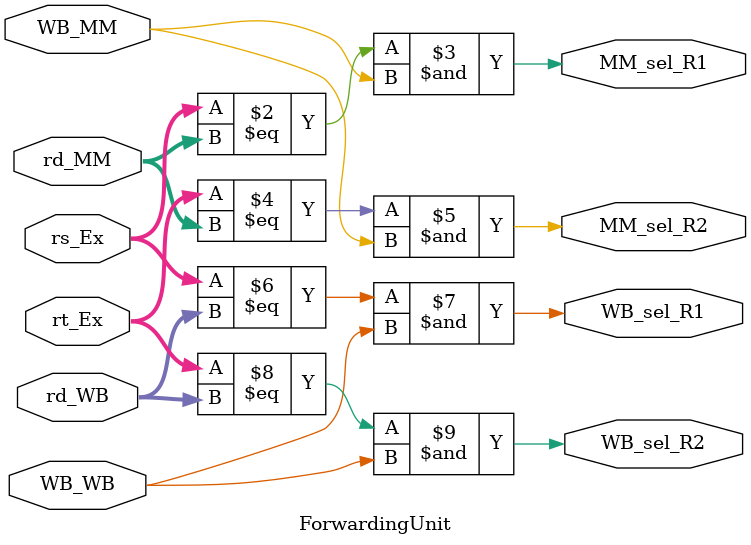
<source format=v>
module ForwardingUnit(input [2:0] rs_Ex, rt_Ex, rd_MM, rd_WB, input WB_MM, WB_WB,
					output reg MM_sel_R1, MM_sel_R2, WB_sel_R1, WB_sel_R2);

	initial {MM_sel_R1, MM_sel_R2, WB_sel_R1, WB_sel_R2} = 4'b 0;
	always @(*) begin
		MM_sel_R1 = (rs_Ex == rd_MM) & WB_MM;
		MM_sel_R2 = (rt_Ex == rd_MM) & WB_MM;
		WB_sel_R1 = (rs_Ex == rd_WB) & WB_WB;
		WB_sel_R2 = (rt_Ex == rd_WB) & WB_WB;
	end
endmodule
</source>
